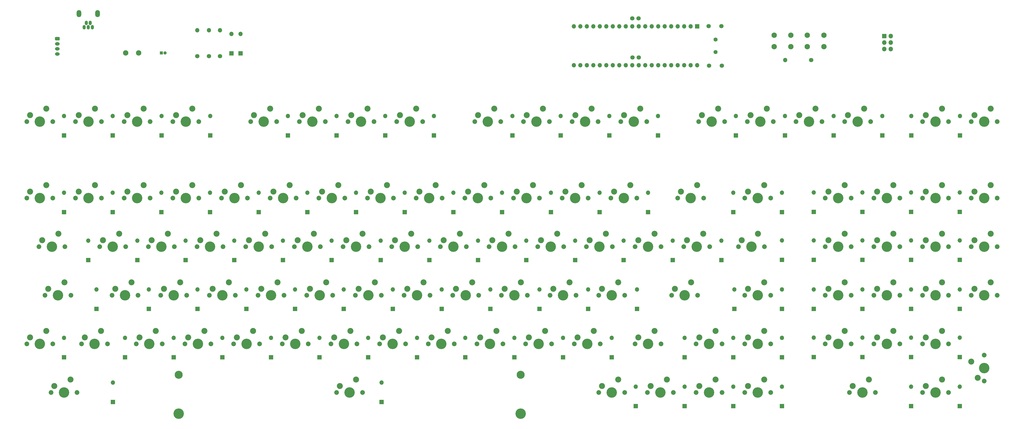
<source format=gbr>
%TF.GenerationSoftware,KiCad,Pcbnew,(5.1.6)-1*%
%TF.CreationDate,2020-10-15T10:15:17+02:00*%
%TF.ProjectId,wy60_usb,77793630-5f75-4736-922e-6b696361645f,rev?*%
%TF.SameCoordinates,Original*%
%TF.FileFunction,Soldermask,Bot*%
%TF.FilePolarity,Negative*%
%FSLAX46Y46*%
G04 Gerber Fmt 4.6, Leading zero omitted, Abs format (unit mm)*
G04 Created by KiCad (PCBNEW (5.1.6)-1) date 2020-10-15 10:15:17*
%MOMM*%
%LPD*%
G01*
G04 APERTURE LIST*
%ADD10O,1.850000X1.300000*%
%ADD11C,2.350000*%
%ADD12C,4.087800*%
%ADD13C,1.850000*%
%ADD14C,3.148000*%
%ADD15O,1.200000X1.750000*%
%ADD16O,1.800000X2.800000*%
%ADD17O,1.700000X1.700000*%
%ADD18R,1.700000X1.700000*%
%ADD19C,1.600000*%
%ADD20C,2.100000*%
%ADD21C,1.700000*%
%ADD22O,1.800000X1.800000*%
%ADD23R,1.800000X1.800000*%
%ADD24C,1.300000*%
%ADD25R,1.300000X1.300000*%
G04 APERTURE END LIST*
D10*
%TO.C,J2*%
X31851600Y-67722000D03*
X31851600Y-65722000D03*
X31851600Y-63722000D03*
G36*
G01*
X31197432Y-61072000D02*
X32505768Y-61072000D01*
G75*
G02*
X32776600Y-61342832I0J-270832D01*
G01*
X32776600Y-62101168D01*
G75*
G02*
X32505768Y-62372000I-270832J0D01*
G01*
X31197432Y-62372000D01*
G75*
G02*
X30926600Y-62101168I0J270832D01*
G01*
X30926600Y-61342832D01*
G75*
G02*
X31197432Y-61072000I270832J0D01*
G01*
G37*
%TD*%
D11*
%TO.C,MX94*%
X148778800Y-195326000D03*
D12*
X146238800Y-200406000D03*
D11*
X142428800Y-197866000D03*
D13*
X141158800Y-200406000D03*
X151318800Y-200406000D03*
D14*
X79288800Y-193421000D03*
X213188800Y-193421000D03*
D12*
X79288800Y-208661000D03*
X213188800Y-208661000D03*
%TD*%
D15*
%TO.C,USB1*%
X45542000Y-57215000D03*
X44742000Y-55515000D03*
X43942000Y-57215000D03*
X43142000Y-55515000D03*
X42342000Y-57215000D03*
D16*
X47592000Y-51915000D03*
X40292000Y-51915000D03*
%TD*%
D11*
%TO.C,MX69*%
X279906300Y-157226000D03*
D12*
X277366300Y-162306000D03*
D11*
X273556300Y-159766000D03*
D13*
X272286300Y-162306000D03*
X282446300Y-162306000D03*
%TD*%
D11*
%TO.C,MX32*%
X282281200Y-119126000D03*
D12*
X279741200Y-124206000D03*
D11*
X275931200Y-121666000D03*
D13*
X274661200Y-124206000D03*
X284821200Y-124206000D03*
%TD*%
D17*
%TO.C,D32*%
X244094000Y-122047000D03*
D18*
X244094000Y-129667000D03*
%TD*%
D17*
%TO.C,D103*%
X385089400Y-178930300D03*
D18*
X385089400Y-186550300D03*
%TD*%
D17*
%TO.C,D102*%
X385089400Y-198107300D03*
D18*
X385089400Y-205727300D03*
%TD*%
D17*
%TO.C,D101*%
X366039400Y-198107300D03*
D18*
X366039400Y-205727300D03*
%TD*%
D17*
%TO.C,D100*%
X315468000Y-198120000D03*
D18*
X315468000Y-205740000D03*
%TD*%
D17*
%TO.C,D99*%
X296418000Y-198120000D03*
D18*
X296418000Y-205740000D03*
%TD*%
D17*
%TO.C,D98*%
X277368000Y-198120000D03*
D18*
X277368000Y-205740000D03*
%TD*%
D17*
%TO.C,D97*%
X258191000Y-198120000D03*
D18*
X258191000Y-205740000D03*
%TD*%
D17*
%TO.C,D96*%
X158750000Y-196469000D03*
D18*
X158750000Y-204089000D03*
%TD*%
D17*
%TO.C,D95*%
X53594000Y-196469000D03*
D18*
X53594000Y-204089000D03*
%TD*%
D17*
%TO.C,D94*%
X366039400Y-178930300D03*
D18*
X366039400Y-186550300D03*
%TD*%
D17*
%TO.C,D93*%
X346989400Y-178930300D03*
D18*
X346989400Y-186550300D03*
%TD*%
D17*
%TO.C,D92*%
X327939400Y-178930300D03*
D18*
X327939400Y-186550300D03*
%TD*%
D17*
%TO.C,D91*%
X315468000Y-178943000D03*
D18*
X315468000Y-186563000D03*
%TD*%
D17*
%TO.C,D90*%
X296418000Y-178943000D03*
D18*
X296418000Y-186563000D03*
%TD*%
D17*
%TO.C,D89*%
X277368000Y-178943000D03*
D18*
X277368000Y-186563000D03*
%TD*%
D17*
%TO.C,D88*%
X248793000Y-178943000D03*
D18*
X248793000Y-186563000D03*
%TD*%
D17*
%TO.C,D87*%
X229743000Y-178943000D03*
D18*
X229743000Y-186563000D03*
%TD*%
D17*
%TO.C,D86*%
X210693000Y-178943000D03*
D18*
X210693000Y-186563000D03*
%TD*%
D17*
%TO.C,D85*%
X191516000Y-178943000D03*
D18*
X191516000Y-186563000D03*
%TD*%
D17*
%TO.C,D84*%
X172593000Y-178943000D03*
D18*
X172593000Y-186563000D03*
%TD*%
D17*
%TO.C,D83*%
X153477800Y-178943000D03*
D18*
X153477800Y-186563000D03*
%TD*%
D17*
%TO.C,D82*%
X134427800Y-178943000D03*
D18*
X134427800Y-186563000D03*
%TD*%
D17*
%TO.C,D81*%
X115443000Y-178943000D03*
D18*
X115443000Y-186563000D03*
%TD*%
D17*
%TO.C,D80*%
X96393000Y-178943000D03*
D18*
X96393000Y-186563000D03*
%TD*%
D17*
%TO.C,D79*%
X77343000Y-178943000D03*
D18*
X77343000Y-186563000D03*
%TD*%
D17*
%TO.C,D78*%
X58293000Y-178943000D03*
D18*
X58293000Y-186563000D03*
%TD*%
D17*
%TO.C,D77*%
X34417000Y-178943000D03*
D18*
X34417000Y-186563000D03*
%TD*%
D17*
%TO.C,D76*%
X385089400Y-160007300D03*
D18*
X385089400Y-167627300D03*
%TD*%
D17*
%TO.C,D75*%
X366039400Y-160007300D03*
D18*
X366039400Y-167627300D03*
%TD*%
D17*
%TO.C,D74*%
X346989400Y-160007300D03*
D18*
X346989400Y-167627300D03*
%TD*%
D17*
%TO.C,D73*%
X327939400Y-160007300D03*
D18*
X327939400Y-167627300D03*
%TD*%
D17*
%TO.C,D72*%
X315468000Y-160020000D03*
D18*
X315468000Y-167640000D03*
%TD*%
D17*
%TO.C,D71*%
X296860800Y-160020000D03*
D18*
X296860800Y-167640000D03*
%TD*%
D17*
%TO.C,D70*%
X258760800Y-160020000D03*
D18*
X258760800Y-167640000D03*
%TD*%
D17*
%TO.C,D69*%
X239583800Y-160020000D03*
D18*
X239583800Y-167640000D03*
%TD*%
D17*
%TO.C,D68*%
X220533800Y-160020000D03*
D18*
X220533800Y-167640000D03*
%TD*%
D17*
%TO.C,D67*%
X201356800Y-160020000D03*
D18*
X201356800Y-167640000D03*
%TD*%
D17*
%TO.C,D66*%
X182306800Y-160020000D03*
D18*
X182306800Y-167640000D03*
%TD*%
D17*
%TO.C,D65*%
X163129800Y-160020000D03*
D18*
X163129800Y-167640000D03*
%TD*%
D17*
%TO.C,D64*%
X143952800Y-160020000D03*
D18*
X143952800Y-167640000D03*
%TD*%
D17*
%TO.C,D63*%
X124902800Y-160020000D03*
D18*
X124902800Y-167640000D03*
%TD*%
D17*
%TO.C,D62*%
X105852800Y-160020000D03*
D18*
X105852800Y-167640000D03*
%TD*%
D17*
%TO.C,D61*%
X86675800Y-160020000D03*
D18*
X86675800Y-167640000D03*
%TD*%
D17*
%TO.C,D60*%
X67625800Y-160020000D03*
D18*
X67625800Y-167640000D03*
%TD*%
D17*
%TO.C,D59*%
X47178800Y-160020000D03*
D18*
X47178800Y-167640000D03*
%TD*%
D17*
%TO.C,D58*%
X385089400Y-140830300D03*
D18*
X385089400Y-148450300D03*
%TD*%
D17*
%TO.C,D57*%
X366039400Y-140830300D03*
D18*
X366039400Y-148450300D03*
%TD*%
D17*
%TO.C,D56*%
X346989400Y-140830300D03*
D18*
X346989400Y-148450300D03*
%TD*%
D17*
%TO.C,D55*%
X327939400Y-140830300D03*
D18*
X327939400Y-148450300D03*
%TD*%
D17*
%TO.C,D54*%
X315468000Y-140792200D03*
D18*
X315468000Y-148412200D03*
%TD*%
D17*
%TO.C,D53*%
X291719000Y-140843000D03*
D18*
X291719000Y-148463000D03*
%TD*%
D17*
%TO.C,D52*%
X272669000Y-140843000D03*
D18*
X272669000Y-148463000D03*
%TD*%
D17*
%TO.C,D51*%
X253492000Y-140843000D03*
D18*
X253492000Y-148463000D03*
%TD*%
D17*
%TO.C,D50*%
X234503800Y-140843000D03*
D18*
X234503800Y-148463000D03*
%TD*%
D17*
%TO.C,D49*%
X215392000Y-140843000D03*
D18*
X215392000Y-148463000D03*
%TD*%
D17*
%TO.C,D48*%
X196469000Y-140843000D03*
D18*
X196469000Y-148463000D03*
%TD*%
D17*
%TO.C,D47*%
X177419000Y-140843000D03*
D18*
X177419000Y-148463000D03*
%TD*%
D17*
%TO.C,D46*%
X158369000Y-140843000D03*
D18*
X158369000Y-148463000D03*
%TD*%
D17*
%TO.C,D45*%
X139192000Y-140843000D03*
D18*
X139192000Y-148463000D03*
%TD*%
D17*
%TO.C,D44*%
X120142000Y-140843000D03*
D18*
X120142000Y-148463000D03*
%TD*%
D17*
%TO.C,D43*%
X101092000Y-140843000D03*
D18*
X101092000Y-148463000D03*
%TD*%
D17*
%TO.C,D42*%
X82042000Y-140843000D03*
D18*
X82042000Y-148463000D03*
%TD*%
D17*
%TO.C,D41*%
X63119000Y-140843000D03*
D18*
X63119000Y-148463000D03*
%TD*%
D17*
%TO.C,D40*%
X43942000Y-140843000D03*
D18*
X43942000Y-148463000D03*
%TD*%
D17*
%TO.C,D39*%
X385089400Y-122034300D03*
D18*
X385089400Y-129654300D03*
%TD*%
D17*
%TO.C,D38*%
X366039400Y-122034300D03*
D18*
X366039400Y-129654300D03*
%TD*%
D17*
%TO.C,D37*%
X346989400Y-122034300D03*
D18*
X346989400Y-129654300D03*
%TD*%
D17*
%TO.C,D36*%
X327939400Y-122034300D03*
D18*
X327939400Y-129654300D03*
%TD*%
D17*
%TO.C,D35*%
X315468000Y-122047000D03*
D18*
X315468000Y-129667000D03*
%TD*%
D17*
%TO.C,D34*%
X296418000Y-122047000D03*
D18*
X296418000Y-129667000D03*
%TD*%
D17*
%TO.C,D33*%
X263017000Y-122047000D03*
D18*
X263017000Y-129667000D03*
%TD*%
D17*
%TO.C,D31*%
X225044000Y-122047000D03*
D18*
X225044000Y-129667000D03*
%TD*%
D17*
%TO.C,D30*%
X205928800Y-122047000D03*
D18*
X205928800Y-129667000D03*
%TD*%
D17*
%TO.C,D29*%
X186817000Y-122047000D03*
D18*
X186817000Y-129667000D03*
%TD*%
D17*
%TO.C,D28*%
X167767000Y-122047000D03*
D18*
X167767000Y-129667000D03*
%TD*%
D17*
%TO.C,D27*%
X148717000Y-122047000D03*
D18*
X148717000Y-129667000D03*
%TD*%
D17*
%TO.C,D26*%
X129667000Y-122047000D03*
D18*
X129667000Y-129667000D03*
%TD*%
D17*
%TO.C,D25*%
X110617000Y-122047000D03*
D18*
X110617000Y-129667000D03*
%TD*%
D17*
%TO.C,D24*%
X91567000Y-122047000D03*
D18*
X91567000Y-129667000D03*
%TD*%
D17*
%TO.C,D23*%
X72517000Y-122047000D03*
D18*
X72517000Y-129667000D03*
%TD*%
D17*
%TO.C,D22*%
X53467000Y-122047000D03*
D18*
X53467000Y-129667000D03*
%TD*%
D17*
%TO.C,D21*%
X34417000Y-122047000D03*
D18*
X34417000Y-129667000D03*
%TD*%
D17*
%TO.C,D20*%
X385140200Y-92024200D03*
D18*
X385140200Y-99644200D03*
%TD*%
D17*
%TO.C,D19*%
X366090200Y-92024200D03*
D18*
X366090200Y-99644200D03*
%TD*%
D17*
%TO.C,D18*%
X354711000Y-92024200D03*
D18*
X354711000Y-99644200D03*
%TD*%
D17*
%TO.C,D17*%
X335661000Y-92024200D03*
D18*
X335661000Y-99644200D03*
%TD*%
D17*
%TO.C,D16*%
X316611000Y-92024200D03*
D18*
X316611000Y-99644200D03*
%TD*%
D17*
%TO.C,D15*%
X297434000Y-92024200D03*
D18*
X297434000Y-99644200D03*
%TD*%
D17*
%TO.C,D14*%
X266954000Y-92024200D03*
D18*
X266954000Y-99644200D03*
%TD*%
D17*
%TO.C,D13*%
X247904000Y-92024200D03*
D18*
X247904000Y-99644200D03*
%TD*%
D17*
%TO.C,D12*%
X228854000Y-92024200D03*
D18*
X228854000Y-99644200D03*
%TD*%
D17*
%TO.C,D11*%
X209942000Y-92024200D03*
D18*
X209942000Y-99644200D03*
%TD*%
D17*
%TO.C,D10*%
X179208000Y-92024200D03*
D18*
X179208000Y-99644200D03*
%TD*%
D17*
%TO.C,D9*%
X160158000Y-92024200D03*
D18*
X160158000Y-99644200D03*
%TD*%
D17*
%TO.C,D8*%
X141108000Y-92024200D03*
D18*
X141108000Y-99644200D03*
%TD*%
D17*
%TO.C,D7*%
X122047000Y-92024200D03*
D18*
X122047000Y-99644200D03*
%TD*%
D17*
%TO.C,D6*%
X91694000Y-92024200D03*
D18*
X91694000Y-99644200D03*
%TD*%
D17*
%TO.C,D5*%
X72644000Y-92024200D03*
D18*
X72644000Y-99644200D03*
%TD*%
D17*
%TO.C,D4*%
X53467000Y-92024200D03*
D18*
X53467000Y-99644200D03*
%TD*%
D17*
%TO.C,D3*%
X34417000Y-92024200D03*
D18*
X34417000Y-99644200D03*
%TD*%
D11*
%TO.C,MX93*%
X37018800Y-195326000D03*
D12*
X34478800Y-200406000D03*
D11*
X30668800Y-197866000D03*
D13*
X29398800Y-200406000D03*
X39558800Y-200406000D03*
%TD*%
D11*
%TO.C,MX101*%
X389545400Y-188328300D03*
D12*
X394625400Y-190868300D03*
D11*
X392085400Y-194678300D03*
D13*
X394625400Y-195948300D03*
X394625400Y-185788300D03*
%TD*%
D11*
%TO.C,MX99*%
X349540400Y-195313300D03*
D12*
X347000400Y-200393300D03*
D11*
X343190400Y-197853300D03*
D13*
X341920400Y-200393300D03*
X352080400Y-200393300D03*
%TD*%
D11*
%TO.C,MX87*%
X265618800Y-176276000D03*
D12*
X263078800Y-181356000D03*
D11*
X259268800Y-178816000D03*
D13*
X257998800Y-181356000D03*
X268158800Y-181356000D03*
%TD*%
D11*
%TO.C,MX100*%
X378115400Y-195313300D03*
D12*
X375575400Y-200393300D03*
D11*
X371765400Y-197853300D03*
D13*
X370495400Y-200393300D03*
X380655400Y-200393300D03*
%TD*%
D11*
%TO.C,MX98*%
X308481300Y-195326000D03*
D12*
X305941300Y-200406000D03*
D11*
X302131300Y-197866000D03*
D13*
X300861300Y-200406000D03*
X311021300Y-200406000D03*
%TD*%
D11*
%TO.C,MX97*%
X289431300Y-195326000D03*
D12*
X286891300Y-200406000D03*
D11*
X283081300Y-197866000D03*
D13*
X281811300Y-200406000D03*
X291971300Y-200406000D03*
%TD*%
D11*
%TO.C,MX96*%
X270381300Y-195326000D03*
D12*
X267841300Y-200406000D03*
D11*
X264031300Y-197866000D03*
D13*
X262761300Y-200406000D03*
X272921300Y-200406000D03*
%TD*%
D11*
%TO.C,MX95*%
X251331300Y-195326000D03*
D12*
X248791300Y-200406000D03*
D11*
X244981300Y-197866000D03*
D13*
X243711300Y-200406000D03*
X253871300Y-200406000D03*
%TD*%
D11*
%TO.C,MX92*%
X378115400Y-176263300D03*
D12*
X375575400Y-181343300D03*
D11*
X371765400Y-178803300D03*
D13*
X370495400Y-181343300D03*
X380655400Y-181343300D03*
%TD*%
D11*
%TO.C,MX91*%
X359065400Y-176263300D03*
D12*
X356525400Y-181343300D03*
D11*
X352715400Y-178803300D03*
D13*
X351445400Y-181343300D03*
X361605400Y-181343300D03*
%TD*%
D11*
%TO.C,MX90*%
X340015400Y-176263300D03*
D12*
X337475400Y-181343300D03*
D11*
X333665400Y-178803300D03*
D13*
X332395400Y-181343300D03*
X342555400Y-181343300D03*
%TD*%
D11*
%TO.C,MX76*%
X48956800Y-176276000D03*
D12*
X46416800Y-181356000D03*
D11*
X42606800Y-178816000D03*
D13*
X41336800Y-181356000D03*
X51496800Y-181356000D03*
%TD*%
D11*
%TO.C,MX57*%
X34605800Y-157226000D03*
D12*
X32065800Y-162306000D03*
D11*
X28255800Y-159766000D03*
D13*
X26985800Y-162306000D03*
X37145800Y-162306000D03*
%TD*%
D11*
%TO.C,MX52*%
X306068300Y-138176000D03*
D12*
X303528300Y-143256000D03*
D11*
X299718300Y-140716000D03*
D13*
X298448300Y-143256000D03*
X308608300Y-143256000D03*
%TD*%
D11*
%TO.C,MX38*%
X32256300Y-138176000D03*
D12*
X29716300Y-143256000D03*
D11*
X25906300Y-140716000D03*
D13*
X24636300Y-143256000D03*
X34796300Y-143256000D03*
%TD*%
D19*
%TO.C,XTAL1*%
X289433000Y-62049000D03*
X289433000Y-66929000D03*
%TD*%
D17*
%TO.C,U1*%
X282257500Y-72136000D03*
X233997500Y-56896000D03*
X279717500Y-72136000D03*
X236537500Y-56896000D03*
X277177500Y-72136000D03*
X239077500Y-56896000D03*
X274637500Y-72136000D03*
X241617500Y-56896000D03*
X272097500Y-72136000D03*
X244157500Y-56896000D03*
X269557500Y-72136000D03*
X246697500Y-56896000D03*
X267017500Y-72136000D03*
X249237500Y-56896000D03*
X264477500Y-72136000D03*
X251777500Y-56896000D03*
X261937500Y-72136000D03*
X254317500Y-56896000D03*
X259397500Y-72136000D03*
X256857500Y-56896000D03*
X256857500Y-72136000D03*
X259397500Y-56896000D03*
X254317500Y-72136000D03*
X261937500Y-56896000D03*
X251777500Y-72136000D03*
X264477500Y-56896000D03*
X249237500Y-72136000D03*
X267017500Y-56896000D03*
X246697500Y-72136000D03*
X269557500Y-56896000D03*
X244157500Y-72136000D03*
X272097500Y-56896000D03*
X241617500Y-72136000D03*
X274637500Y-56896000D03*
X239077500Y-72136000D03*
X277177500Y-56896000D03*
X236537500Y-72136000D03*
X279717500Y-56896000D03*
X233997500Y-72136000D03*
D18*
X282257500Y-56896000D03*
%TD*%
D20*
%TO.C,Reset1*%
X318920000Y-60325000D03*
X318920000Y-64825000D03*
X312420000Y-60325000D03*
X312420000Y-64825000D03*
%TD*%
D17*
%TO.C,R4*%
X316738000Y-70104000D03*
D21*
X326898000Y-70104000D03*
%TD*%
D17*
%TO.C,R3*%
X95504000Y-58420000D03*
D21*
X95504000Y-68580000D03*
%TD*%
D17*
%TO.C,R2*%
X91186000Y-58420000D03*
D21*
X91186000Y-68580000D03*
%TD*%
D17*
%TO.C,R1*%
X86614000Y-58420000D03*
D21*
X86614000Y-68580000D03*
%TD*%
D11*
%TO.C,MX89*%
X308481300Y-176276000D03*
D12*
X305941300Y-181356000D03*
D11*
X302131300Y-178816000D03*
D13*
X300861300Y-181356000D03*
X311021300Y-181356000D03*
%TD*%
D11*
%TO.C,MX88*%
X289431300Y-176276000D03*
D12*
X286891300Y-181356000D03*
D11*
X283081300Y-178816000D03*
D13*
X281811300Y-181356000D03*
X291971300Y-181356000D03*
%TD*%
D11*
%TO.C,MX86*%
X241806300Y-176276000D03*
D12*
X239266300Y-181356000D03*
D11*
X235456300Y-178816000D03*
D13*
X234186300Y-181356000D03*
X244346300Y-181356000D03*
%TD*%
D11*
%TO.C,MX85*%
X222756300Y-176276000D03*
D12*
X220216300Y-181356000D03*
D11*
X216406300Y-178816000D03*
D13*
X215136300Y-181356000D03*
X225296300Y-181356000D03*
%TD*%
D11*
%TO.C,MX84*%
X203706300Y-176276000D03*
D12*
X201166300Y-181356000D03*
D11*
X197356300Y-178816000D03*
D13*
X196086300Y-181356000D03*
X206246300Y-181356000D03*
%TD*%
D11*
%TO.C,MX83*%
X184656300Y-176276000D03*
D12*
X182116300Y-181356000D03*
D11*
X178306300Y-178816000D03*
D13*
X177036300Y-181356000D03*
X187196300Y-181356000D03*
%TD*%
D11*
%TO.C,MX82*%
X165606300Y-176276000D03*
D12*
X163066300Y-181356000D03*
D11*
X159256300Y-178816000D03*
D13*
X157986300Y-181356000D03*
X168146300Y-181356000D03*
%TD*%
D11*
%TO.C,MX81*%
X146556300Y-176276000D03*
D12*
X144016300Y-181356000D03*
D11*
X140206300Y-178816000D03*
D13*
X138936300Y-181356000D03*
X149096300Y-181356000D03*
%TD*%
D11*
%TO.C,MX80*%
X127506300Y-176276000D03*
D12*
X124966300Y-181356000D03*
D11*
X121156300Y-178816000D03*
D13*
X119886300Y-181356000D03*
X130046300Y-181356000D03*
%TD*%
D11*
%TO.C,MX79*%
X108456300Y-176276000D03*
D12*
X105916300Y-181356000D03*
D11*
X102106300Y-178816000D03*
D13*
X100836300Y-181356000D03*
X110996300Y-181356000D03*
%TD*%
D11*
%TO.C,MX78*%
X89406300Y-176276000D03*
D12*
X86866300Y-181356000D03*
D11*
X83056300Y-178816000D03*
D13*
X81786300Y-181356000D03*
X91946300Y-181356000D03*
%TD*%
D11*
%TO.C,MX77*%
X70356300Y-176276000D03*
D12*
X67816300Y-181356000D03*
D11*
X64006300Y-178816000D03*
D13*
X62736300Y-181356000D03*
X72896300Y-181356000D03*
%TD*%
D11*
%TO.C,MX75*%
X27493800Y-176276000D03*
D12*
X24953800Y-181356000D03*
D11*
X21143800Y-178816000D03*
D13*
X19873800Y-181356000D03*
X30033800Y-181356000D03*
%TD*%
D11*
%TO.C,MX74*%
X397165400Y-157213300D03*
D12*
X394625400Y-162293300D03*
D11*
X390815400Y-159753300D03*
D13*
X389545400Y-162293300D03*
X399705400Y-162293300D03*
%TD*%
D11*
%TO.C,MX73*%
X378115400Y-157213300D03*
D12*
X375575400Y-162293300D03*
D11*
X371765400Y-159753300D03*
D13*
X370495400Y-162293300D03*
X380655400Y-162293300D03*
%TD*%
D11*
%TO.C,MX72*%
X359065400Y-157213300D03*
D12*
X356525400Y-162293300D03*
D11*
X352715400Y-159753300D03*
D13*
X351445400Y-162293300D03*
X361605400Y-162293300D03*
%TD*%
D11*
%TO.C,MX71*%
X340015400Y-157213300D03*
D12*
X337475400Y-162293300D03*
D11*
X333665400Y-159753300D03*
D13*
X332395400Y-162293300D03*
X342555400Y-162293300D03*
%TD*%
D11*
%TO.C,MX70*%
X308481300Y-157226000D03*
D12*
X305941300Y-162306000D03*
D11*
X302131300Y-159766000D03*
D13*
X300861300Y-162306000D03*
X311021300Y-162306000D03*
%TD*%
D11*
%TO.C,MX68*%
X251331300Y-157226000D03*
D12*
X248791300Y-162306000D03*
D11*
X244981300Y-159766000D03*
D13*
X243711300Y-162306000D03*
X253871300Y-162306000D03*
%TD*%
D11*
%TO.C,MX67*%
X232281300Y-157226000D03*
D12*
X229741300Y-162306000D03*
D11*
X225931300Y-159766000D03*
D13*
X224661300Y-162306000D03*
X234821300Y-162306000D03*
%TD*%
D11*
%TO.C,MX66*%
X213231300Y-157226000D03*
D12*
X210691300Y-162306000D03*
D11*
X206881300Y-159766000D03*
D13*
X205611300Y-162306000D03*
X215771300Y-162306000D03*
%TD*%
D11*
%TO.C,MX65*%
X194181300Y-157226000D03*
D12*
X191641300Y-162306000D03*
D11*
X187831300Y-159766000D03*
D13*
X186561300Y-162306000D03*
X196721300Y-162306000D03*
%TD*%
D11*
%TO.C,MX64*%
X175131300Y-157226000D03*
D12*
X172591300Y-162306000D03*
D11*
X168781300Y-159766000D03*
D13*
X167511300Y-162306000D03*
X177671300Y-162306000D03*
%TD*%
D11*
%TO.C,MX63*%
X156081300Y-157226000D03*
D12*
X153541300Y-162306000D03*
D11*
X149731300Y-159766000D03*
D13*
X148461300Y-162306000D03*
X158621300Y-162306000D03*
%TD*%
D11*
%TO.C,MX62*%
X137031300Y-157226000D03*
D12*
X134491300Y-162306000D03*
D11*
X130681300Y-159766000D03*
D13*
X129411300Y-162306000D03*
X139571300Y-162306000D03*
%TD*%
D11*
%TO.C,MX61*%
X117981300Y-157226000D03*
D12*
X115441300Y-162306000D03*
D11*
X111631300Y-159766000D03*
D13*
X110361300Y-162306000D03*
X120521300Y-162306000D03*
%TD*%
D11*
%TO.C,MX60*%
X98931300Y-157226000D03*
D12*
X96391300Y-162306000D03*
D11*
X92581300Y-159766000D03*
D13*
X91311300Y-162306000D03*
X101471300Y-162306000D03*
%TD*%
D11*
%TO.C,MX59*%
X79881300Y-157226000D03*
D12*
X77341300Y-162306000D03*
D11*
X73531300Y-159766000D03*
D13*
X72261300Y-162306000D03*
X82421300Y-162306000D03*
%TD*%
D11*
%TO.C,MX58*%
X60831300Y-157226000D03*
D12*
X58291300Y-162306000D03*
D11*
X54481300Y-159766000D03*
D13*
X53211300Y-162306000D03*
X63371300Y-162306000D03*
%TD*%
D11*
%TO.C,MX56*%
X397165400Y-138163300D03*
D12*
X394625400Y-143243300D03*
D11*
X390815400Y-140703300D03*
D13*
X389545400Y-143243300D03*
X399705400Y-143243300D03*
%TD*%
D11*
%TO.C,MX55*%
X378115400Y-138163300D03*
D12*
X375575400Y-143243300D03*
D11*
X371765400Y-140703300D03*
D13*
X370495400Y-143243300D03*
X380655400Y-143243300D03*
%TD*%
D11*
%TO.C,MX54*%
X359065400Y-138163300D03*
D12*
X356525400Y-143243300D03*
D11*
X352715400Y-140703300D03*
D13*
X351445400Y-143243300D03*
X361605400Y-143243300D03*
%TD*%
D11*
%TO.C,MX53*%
X340015400Y-138163300D03*
D12*
X337475400Y-143243300D03*
D11*
X333665400Y-140703300D03*
D13*
X332395400Y-143243300D03*
X342555400Y-143243300D03*
%TD*%
D11*
%TO.C,MX51*%
X284668800Y-138176000D03*
D12*
X282128800Y-143256000D03*
D11*
X278318800Y-140716000D03*
D13*
X277048800Y-143256000D03*
X287208800Y-143256000D03*
%TD*%
D11*
%TO.C,MX50*%
X265618800Y-138176000D03*
D12*
X263078800Y-143256000D03*
D11*
X259268800Y-140716000D03*
D13*
X257998800Y-143256000D03*
X268158800Y-143256000D03*
%TD*%
%TO.C,MX49*%
X249108800Y-143256000D03*
X238948800Y-143256000D03*
D11*
X240218800Y-140716000D03*
D12*
X244028800Y-143256000D03*
D11*
X246568800Y-138176000D03*
%TD*%
%TO.C,MX48*%
X227518800Y-138176000D03*
D12*
X224978800Y-143256000D03*
D11*
X221168800Y-140716000D03*
D13*
X219898800Y-143256000D03*
X230058800Y-143256000D03*
%TD*%
D11*
%TO.C,MX47*%
X208468800Y-138176000D03*
D12*
X205928800Y-143256000D03*
D11*
X202118800Y-140716000D03*
D13*
X200848800Y-143256000D03*
X211008800Y-143256000D03*
%TD*%
D11*
%TO.C,MX46*%
X189418800Y-138176000D03*
D12*
X186878800Y-143256000D03*
D11*
X183068800Y-140716000D03*
D13*
X181798800Y-143256000D03*
X191958800Y-143256000D03*
%TD*%
D11*
%TO.C,MX45*%
X170368800Y-138176000D03*
D12*
X167828800Y-143256000D03*
D11*
X164018800Y-140716000D03*
D13*
X162748800Y-143256000D03*
X172908800Y-143256000D03*
%TD*%
D11*
%TO.C,MX44*%
X151318800Y-138176000D03*
D12*
X148778800Y-143256000D03*
D11*
X144968800Y-140716000D03*
D13*
X143698800Y-143256000D03*
X153858800Y-143256000D03*
%TD*%
D11*
%TO.C,MX43*%
X132268800Y-138176000D03*
D12*
X129728800Y-143256000D03*
D11*
X125918800Y-140716000D03*
D13*
X124648800Y-143256000D03*
X134808800Y-143256000D03*
%TD*%
D11*
%TO.C,MX42*%
X113218800Y-138176000D03*
D12*
X110678800Y-143256000D03*
D11*
X106868800Y-140716000D03*
D13*
X105598800Y-143256000D03*
X115758800Y-143256000D03*
%TD*%
D11*
%TO.C,MX41*%
X94168800Y-138176000D03*
D12*
X91628800Y-143256000D03*
D11*
X87818800Y-140716000D03*
D13*
X86548800Y-143256000D03*
X96708800Y-143256000D03*
%TD*%
D11*
%TO.C,MX40*%
X75118800Y-138176000D03*
D12*
X72578800Y-143256000D03*
D11*
X68768800Y-140716000D03*
D13*
X67498800Y-143256000D03*
X77658800Y-143256000D03*
%TD*%
D11*
%TO.C,MX39*%
X56068800Y-138176000D03*
D12*
X53528800Y-143256000D03*
D11*
X49718800Y-140716000D03*
D13*
X48448800Y-143256000D03*
X58608800Y-143256000D03*
%TD*%
D11*
%TO.C,MX37*%
X397165400Y-119113300D03*
D12*
X394625400Y-124193300D03*
D11*
X390815400Y-121653300D03*
D13*
X389545400Y-124193300D03*
X399705400Y-124193300D03*
%TD*%
D11*
%TO.C,MX36*%
X378115400Y-119113300D03*
D12*
X375575400Y-124193300D03*
D11*
X371765400Y-121653300D03*
D13*
X370495400Y-124193300D03*
X380655400Y-124193300D03*
%TD*%
D11*
%TO.C,MX35*%
X359065400Y-119113300D03*
D12*
X356525400Y-124193300D03*
D11*
X352715400Y-121653300D03*
D13*
X351445400Y-124193300D03*
X361605400Y-124193300D03*
%TD*%
D11*
%TO.C,MX34*%
X340015400Y-119113300D03*
D12*
X337475400Y-124193300D03*
D11*
X333665400Y-121653300D03*
D13*
X332395400Y-124193300D03*
X342555400Y-124193300D03*
%TD*%
D11*
%TO.C,MX33*%
X308481300Y-119126000D03*
D12*
X305941300Y-124206000D03*
D11*
X302131300Y-121666000D03*
D13*
X300861300Y-124206000D03*
X311021300Y-124206000D03*
%TD*%
D11*
%TO.C,MX31*%
X256093800Y-119126000D03*
D12*
X253553800Y-124206000D03*
D11*
X249743800Y-121666000D03*
D13*
X248473800Y-124206000D03*
X258633800Y-124206000D03*
%TD*%
D11*
%TO.C,MX30*%
X237043800Y-119126000D03*
D12*
X234503800Y-124206000D03*
D11*
X230693800Y-121666000D03*
D13*
X229423800Y-124206000D03*
X239583800Y-124206000D03*
%TD*%
D11*
%TO.C,MX29*%
X217993800Y-119126000D03*
D12*
X215453800Y-124206000D03*
D11*
X211643800Y-121666000D03*
D13*
X210373800Y-124206000D03*
X220533800Y-124206000D03*
%TD*%
D11*
%TO.C,MX28*%
X198943800Y-119126000D03*
D12*
X196403800Y-124206000D03*
D11*
X192593800Y-121666000D03*
D13*
X191323800Y-124206000D03*
X201483800Y-124206000D03*
%TD*%
D11*
%TO.C,MX27*%
X179893800Y-119126000D03*
D12*
X177353800Y-124206000D03*
D11*
X173543800Y-121666000D03*
D13*
X172273800Y-124206000D03*
X182433800Y-124206000D03*
%TD*%
D11*
%TO.C,MX26*%
X160843800Y-119126000D03*
D12*
X158303800Y-124206000D03*
D11*
X154493800Y-121666000D03*
D13*
X153223800Y-124206000D03*
X163383800Y-124206000D03*
%TD*%
D11*
%TO.C,MX25*%
X141793800Y-119126000D03*
D12*
X139253800Y-124206000D03*
D11*
X135443800Y-121666000D03*
D13*
X134173800Y-124206000D03*
X144333800Y-124206000D03*
%TD*%
D11*
%TO.C,MX24*%
X122743800Y-119126000D03*
D12*
X120203800Y-124206000D03*
D11*
X116393800Y-121666000D03*
D13*
X115123800Y-124206000D03*
X125283800Y-124206000D03*
%TD*%
D11*
%TO.C,MX23*%
X103693800Y-119126000D03*
D12*
X101153800Y-124206000D03*
D11*
X97343800Y-121666000D03*
D13*
X96073800Y-124206000D03*
X106233800Y-124206000D03*
%TD*%
D11*
%TO.C,MX22*%
X84643800Y-119126000D03*
D12*
X82103800Y-124206000D03*
D11*
X78293800Y-121666000D03*
D13*
X77023800Y-124206000D03*
X87183800Y-124206000D03*
%TD*%
D11*
%TO.C,MX21*%
X65593800Y-119126000D03*
D12*
X63053800Y-124206000D03*
D11*
X59243800Y-121666000D03*
D13*
X57973800Y-124206000D03*
X68133800Y-124206000D03*
%TD*%
D11*
%TO.C,MX20*%
X46543800Y-119126000D03*
D12*
X44003800Y-124206000D03*
D11*
X40193800Y-121666000D03*
D13*
X38923800Y-124206000D03*
X49083800Y-124206000D03*
%TD*%
D11*
%TO.C,MX19*%
X27493800Y-119126000D03*
D12*
X24953800Y-124206000D03*
D11*
X21143800Y-121666000D03*
D13*
X19873800Y-124206000D03*
X30033800Y-124206000D03*
%TD*%
D11*
%TO.C,MX18*%
X397179800Y-89154000D03*
D12*
X394639800Y-94234000D03*
D11*
X390829800Y-91694000D03*
D13*
X389559800Y-94234000D03*
X399719800Y-94234000D03*
%TD*%
D11*
%TO.C,MX17*%
X378129800Y-89154000D03*
D12*
X375589800Y-94234000D03*
D11*
X371779800Y-91694000D03*
D13*
X370509800Y-94234000D03*
X380669800Y-94234000D03*
%TD*%
D11*
%TO.C,MX16*%
X347675200Y-89154000D03*
D12*
X345135200Y-94234000D03*
D11*
X341325200Y-91694000D03*
D13*
X340055200Y-94234000D03*
X350215200Y-94234000D03*
%TD*%
D11*
%TO.C,MX15*%
X328625200Y-89154000D03*
D12*
X326085200Y-94234000D03*
D11*
X322275200Y-91694000D03*
D13*
X321005200Y-94234000D03*
X331165200Y-94234000D03*
%TD*%
D11*
%TO.C,MX14*%
X309575200Y-89154000D03*
D12*
X307035200Y-94234000D03*
D11*
X303225200Y-91694000D03*
D13*
X301955200Y-94234000D03*
X312115200Y-94234000D03*
%TD*%
D11*
%TO.C,MX13*%
X290525200Y-89154000D03*
D12*
X287985200Y-94234000D03*
D11*
X284175200Y-91694000D03*
D13*
X282905200Y-94234000D03*
X293065200Y-94234000D03*
%TD*%
D11*
%TO.C,MX12*%
X259994400Y-89154000D03*
D12*
X257454400Y-94234000D03*
D11*
X253644400Y-91694000D03*
D13*
X252374400Y-94234000D03*
X262534400Y-94234000D03*
%TD*%
D11*
%TO.C,MX11*%
X240944400Y-89154000D03*
D12*
X238404400Y-94234000D03*
D11*
X234594400Y-91694000D03*
D13*
X233324400Y-94234000D03*
X243484400Y-94234000D03*
%TD*%
D11*
%TO.C,MX10*%
X221894400Y-89154000D03*
D12*
X219354400Y-94234000D03*
D11*
X215544400Y-91694000D03*
D13*
X214274400Y-94234000D03*
X224434400Y-94234000D03*
%TD*%
D11*
%TO.C,MX9*%
X202844400Y-89154000D03*
D12*
X200304400Y-94234000D03*
D11*
X196494400Y-91694000D03*
D13*
X195224400Y-94234000D03*
X205384400Y-94234000D03*
%TD*%
D11*
%TO.C,MX8*%
X172262800Y-89154000D03*
D12*
X169722800Y-94234000D03*
D11*
X165912800Y-91694000D03*
D13*
X164642800Y-94234000D03*
X174802800Y-94234000D03*
%TD*%
D11*
%TO.C,MX7*%
X153212800Y-89154000D03*
D12*
X150672800Y-94234000D03*
D11*
X146862800Y-91694000D03*
D13*
X145592800Y-94234000D03*
X155752800Y-94234000D03*
%TD*%
D11*
%TO.C,MX6*%
X134162800Y-89154000D03*
D12*
X131622800Y-94234000D03*
D11*
X127812800Y-91694000D03*
D13*
X126542800Y-94234000D03*
X136702800Y-94234000D03*
%TD*%
D11*
%TO.C,MX5*%
X115112800Y-89154000D03*
D12*
X112572800Y-94234000D03*
D11*
X108762800Y-91694000D03*
D13*
X107492800Y-94234000D03*
X117652800Y-94234000D03*
%TD*%
D11*
%TO.C,MX4*%
X84632800Y-89154000D03*
D12*
X82092800Y-94234000D03*
D11*
X78282800Y-91694000D03*
D13*
X77012800Y-94234000D03*
X87172800Y-94234000D03*
%TD*%
D11*
%TO.C,MX3*%
X65582800Y-89154000D03*
D12*
X63042800Y-94234000D03*
D11*
X59232800Y-91694000D03*
D13*
X57962800Y-94234000D03*
X68122800Y-94234000D03*
%TD*%
D11*
%TO.C,MX2*%
X46532800Y-89154000D03*
D12*
X43992800Y-94234000D03*
D11*
X40182800Y-91694000D03*
D13*
X38912800Y-94234000D03*
X49072800Y-94234000D03*
%TD*%
D11*
%TO.C,MX1*%
X27482800Y-89154000D03*
D12*
X24942800Y-94234000D03*
D11*
X21132800Y-91694000D03*
D13*
X19862800Y-94234000D03*
X30022800Y-94234000D03*
%TD*%
D22*
%TO.C,J1*%
X358013000Y-65786000D03*
X355473000Y-65786000D03*
X358013000Y-63246000D03*
X355473000Y-63246000D03*
X358013000Y-60706000D03*
D23*
X355473000Y-60706000D03*
%TD*%
D20*
%TO.C,F1*%
X58547000Y-67300000D03*
X63627000Y-67310000D03*
%TD*%
D17*
%TO.C,D2*%
X103505000Y-59817000D03*
D18*
X103505000Y-67437000D03*
%TD*%
D17*
%TO.C,D1*%
X99949000Y-59817000D03*
D18*
X99949000Y-67437000D03*
%TD*%
D21*
%TO.C,C5*%
X291766000Y-56769000D03*
X286766000Y-56769000D03*
%TD*%
%TO.C,C4*%
X291893000Y-72263000D03*
X286893000Y-72263000D03*
%TD*%
%TO.C,C3*%
X259421000Y-69088000D03*
X256921000Y-69088000D03*
%TD*%
%TO.C,C2*%
X256834000Y-53721000D03*
X259334000Y-53721000D03*
%TD*%
D24*
%TO.C,C1*%
X74017000Y-67310000D03*
D25*
X72517000Y-67310000D03*
%TD*%
D20*
%TO.C,Boot1*%
X331874000Y-60325000D03*
X331874000Y-64825000D03*
X325374000Y-60325000D03*
X325374000Y-64825000D03*
%TD*%
M02*

</source>
